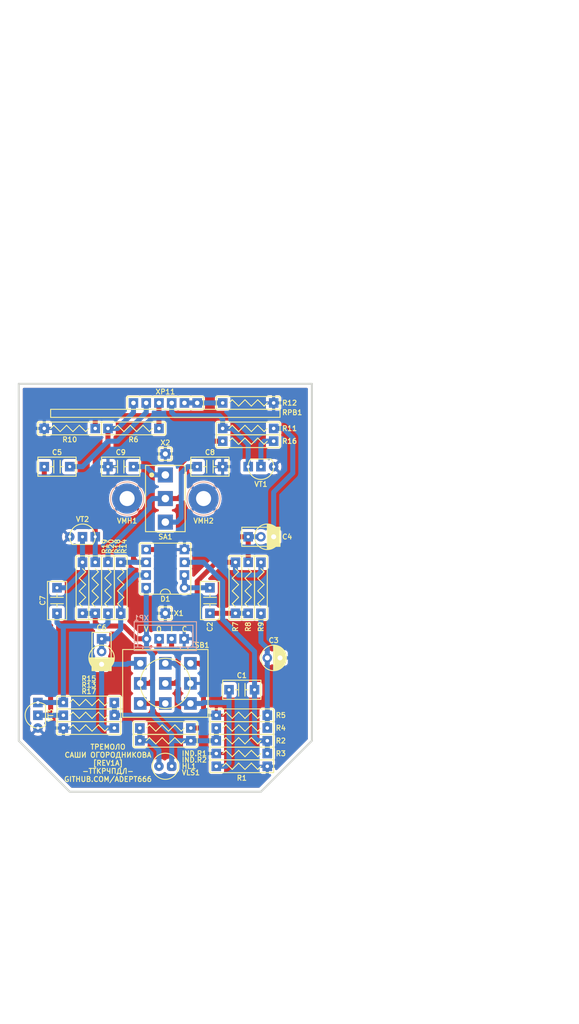
<source format=kicad_pcb>
(kicad_pcb (version 20171130) (host pcbnew 5.1.6-c6e7f7d~87~ubuntu19.10.1)
  (title_block (title "Тремоло Саши Огородникова") (date 2022-02-20) (rev 1A) (company "Igor Ivanov") (comment 1 https://github.com/Adept666) (comment 2 "This project is licensed under GNU General Public License v3.0 or later"))
  (layers (0 F.Cu jumper) (31 B.Cu signal) (36 B.SilkS user) (37 F.SilkS user) (38 B.Mask user) (39 F.Mask user) (44 Edge.Cuts user))
  (net 0 "")
  (net 1 COM)
  (net 2 "Net-(HL1-PadC)")
  (net 3 /LED)
  (net 4 V)
  (net 5 /IN-CIR)
  (net 6 /IN-CON)
  (net 7 "Net-(SB1-PadNC1)")
  (net 8 /OUT-CIR)
  (net 9 /OUT-CON)
  (net 10 "Net-(C8-Pad1)")
  (net 11 "Net-(C9-Pad1)")
  (net 12 "Net-(C1-Pad2)")
  (net 13 "Net-(D1-Pad5)")
  (net 14 "Net-(C3-Pad+)")
  (net 15 "Net-(C4-Pad+)")
  (net 16 "Net-(C7-Pad1)")
  (net 17 "Net-(R12-Pad2)")
  (net 18 "Net-(C2-Pad1)")
  (net 19 "Net-(C2-Pad2)")
  (net 20 "Net-(C4-Pad-)")
  (net 21 "Net-(C5-Pad1)")
  (net 22 "Net-(C5-Pad2)")
  (net 23 "Net-(C6-Pad+)")
  (net 24 "Net-(C7-Pad2)")
  (net 25 "Net-(R10-Pad2)")
  (net 26 "Net-(R20-Pad1)")
  (net 27 "Net-(R11-Pad1)")
  (net 28 "Net-(R16-Pad1)")
  (net 29 "Net-(R16-Pad2)")
  (module KCL-TH-ML:SW-PBS-24-302SP-2.5-PNL-13.0 (layer F.Cu) (at 105.41 184.15)
    (fp_text reference SB1 (at 8.89 -7.62) (layer F.SilkS) (effects (font (thickness 0.2)) (justify right)))
    (fp_text value PBS-24-302SP)
    (pad COM3 thru_hole rect (at 5 0) (size 2.5 2.5) (drill 1.3) (layers *.Cu *.Mask) (net 1 COM))
    (pad NC3 thru_hole rect (at 5 4) (size 2.5 2.5) (drill 1.3) (layers *.Cu *.Mask) (net 5 /IN-CIR))
    (pad NO3 thru_hole rect (at 5 -4) (size 2.5 2.5) (drill 1.3) (layers *.Cu *.Mask) (net 3 /LED))
    (pad COM2 thru_hole rect (at 0 0) (size 2.5 2.5) (drill 1.3) (layers *.Cu *.Mask) (net 6 /IN-CON))
    (pad NC2 thru_hole rect (at 0 4) (size 2.5 2.5) (drill 1.3) (layers *.Cu *.Mask) (net 7 "Net-(SB1-PadNC1)"))
    (pad NO2 thru_hole rect (at 0 -4) (size 2.5 2.5) (drill 1.3) (layers *.Cu *.Mask) (net 5 /IN-CIR))
    (pad NO1 thru_hole rect (at -5 -4) (size 2.5 2.5) (drill 1.3) (layers *.Cu *.Mask) (net 8 /OUT-CIR))
    (pad COM1 thru_hole rect (at -5 0) (size 2.5 2.5) (drill 1.3) (layers *.Cu *.Mask) (net 9 /OUT-CON))
    (pad NC1 thru_hole rect (at -5 4) (size 2.5 2.5) (drill 1.3) (layers *.Cu *.Mask) (net 7 "Net-(SB1-PadNC1)"))
  )
  (module KCL:VMH-STA-DA5-PNL-3.0 (layer F.Cu) (at 97.79 147.32)
    (fp_text reference VMH1 (at 0 4.445) (layer F.SilkS) (effects (font (thickness 0.2))))
    (fp_text value DI5M3x18)
    (pad 0 thru_hole circle (at 0 0) (size 6 6) (drill 3) (layers *.Cu *.Mask) (net 1 COM))
  )
  (module KCL:VMH-STA-DA5-PNL-3.0 (layer F.Cu) (at 113.03 147.32)
    (fp_text reference VMH2 (at 0 4.445) (layer F.SilkS) (effects (font (thickness 0.2))))
    (fp_text value DI5M3x18)
    (pad 0 thru_hole circle (at 0 0) (size 6 6) (drill 3) (layers *.Cu *.Mask) (net 1 COM))
  )
  (module KCL-TH-ML:R-MFR-25 (layer F.Cu) (at 121.92 133.35)
    (fp_text reference R11 (at 6.6675 0) (layer F.SilkS) (effects (font (thickness 0.2)) (justify left)))
    (fp_text value 103)
    (pad 2 thru_hole rect (at 5.08 0) (size 1.9 1.9) (drill 0.7) (layers *.Cu *.Mask) (net 20 "Net-(C4-Pad-)"))
    (pad 1 thru_hole rect (at -5.08 0) (size 1.9 1.9) (drill 0.7) (layers *.Cu *.Mask) (net 27 "Net-(R11-Pad1)"))
  )
  (module SBKCL-TH-ML:C-DISK-D04.2-T03.0-P05.08-d0.5-OR-CP-RADIAL-D05.0-P02.0-CLS (layer F.Cu) (at 124.46 154.94)
    (fp_text reference C4 (at 4.1275 0) (layer F.SilkS) (effects (font (thickness 0.2)) (justify left)))
    (fp_text value 475)
    (pad - thru_hole rect (at 2.54 0) (size 1.9 1.9) (drill 1) (layers *.Cu *.Mask) (net 20 "Net-(C4-Pad-)"))
    (pad + thru_hole circle (at 0 0) (size 1.9 1.9) (drill 1) (layers *.Cu *.Mask) (net 15 "Net-(C4-Pad+)"))
    (pad + thru_hole rect (at -2.54 0) (size 1.9 1.9) (drill 0.6) (layers *.Cu *.Mask) (net 15 "Net-(C4-Pad+)"))
  )
  (module KCL-TH-ML:R-MFR-25 (layer F.Cu) (at 120.65 200.66 180)
    (fp_text reference R1 (at 0 -2.3495) (layer F.SilkS) (effects (font (thickness 0.2))))
    (fp_text value 225)
    (pad 1 thru_hole rect (at -5.08 0 180) (size 1.9 1.9) (drill 0.7) (layers *.Cu *.Mask) (net 1 COM))
    (pad 2 thru_hole rect (at 5.08 0 180) (size 1.9 1.9) (drill 0.7) (layers *.Cu *.Mask) (net 5 /IN-CIR))
  )
  (module SBKCL-VIRTUAL:XB-1590N1 (layer F.Cu) (at 105.41 90.17)
    (fp_text reference XB1 hide)
    (fp_text value "1590N1 Connector Board" hide)
  )
  (module KCL-TH-ML:CON-XH-B4B-A (layer B.Cu) (at 105.41 175.26)
    (fp_text reference XP1 (at -6.35 -4.1275) (layer B.SilkS) (effects (font (thickness 0.2)) (justify right mirror)))
    (fp_text value B4B-XH-A)
    (pad 1 thru_hole circle (at -3.75 0) (size 1.9 1.9) (drill 0.9) (layers *.Cu *.Mask) (net 4 V))
    (pad 2 thru_hole rect (at -1.25 0) (size 1.9 1.9) (drill 0.9) (layers *.Cu *.Mask) (net 9 /OUT-CON))
    (pad 3 thru_hole rect (at 1.25 0) (size 1.9 1.9) (drill 0.9) (layers *.Cu *.Mask) (net 6 /IN-CON))
    (pad 4 thru_hole rect (at 3.75 0) (size 1.9 1.9) (drill 0.9) (layers *.Cu *.Mask) (net 1 COM))
  )
  (module SBKCL-TH-ML:C-DISK-D04.2-T03.0-P05.08-d0.5-OR-CP-RADIAL-D05.0-P02.0-CLS (layer F.Cu) (at 92.71 177.8 270)
    (fp_text reference C6 (at -4.7625 0) (layer F.SilkS) (effects (font (thickness 0.2))))
    (fp_text value 105)
    (pad + thru_hole rect (at -2.54 0 270) (size 1.9 1.9) (drill 0.6) (layers *.Cu *.Mask) (net 23 "Net-(C6-Pad+)"))
    (pad + thru_hole circle (at 0 0 270) (size 1.9 1.9) (drill 1) (layers *.Cu *.Mask) (net 23 "Net-(C6-Pad+)"))
    (pad - thru_hole rect (at 2.54 0 270) (size 1.9 1.9) (drill 1) (layers *.Cu *.Mask) (net 8 /OUT-CIR))
  )
  (module SBKCL-TH-ML:RPB-1590N1-18-2x17-1.6-PNL-7.4-2.8 (layer F.Cu) (at 105.41 117.04)
    (fp_text reference RPB1 (at 23.1775 13.135) (layer F.SilkS) (effects (font (thickness 0.2)) (justify left)))
    (fp_text value A100K-A100K)
    (fp_text user XP11 (at 0 9.0075) (layer F.SilkS) (effects (font (thickness 0.2))))
    (pad 23 thru_hole rect (at 1.27 11.23) (size 1.9 1.9) (drill 0.9) (layers *.Cu *.Mask) (net 27 "Net-(R11-Pad1)"))
    (pad 13 thru_hole rect (at -6.35 11.23) (size 1.9 1.9) (drill 0.9) (layers *.Cu *.Mask) (net 26 "Net-(R20-Pad1)"))
    (pad 11 thru_hole rect (at -1.27 11.23) (size 1.9 1.9) (drill 0.9) (layers *.Cu *.Mask) (net 25 "Net-(R10-Pad2)"))
    (pad 12 thru_hole rect (at -3.81 11.23) (size 1.9 1.9) (drill 0.9) (layers *.Cu *.Mask) (net 21 "Net-(C5-Pad1)"))
    (pad 22 thru_hole rect (at 3.81 11.23) (size 1.9 1.9) (drill 0.9) (layers *.Cu *.Mask) (net 17 "Net-(R12-Pad2)"))
    (pad 21 thru_hole rect (at 6.35 11.23) (size 1.9 1.9) (drill 0.9) (layers *.Cu *.Mask) (net 17 "Net-(R12-Pad2)"))
  )
  (module KCL-TH-ML:P-TO-92-E-B-C (layer F.Cu) (at 80.01 190.5 90)
    (fp_text reference VT3 (at 0 2.54 90) (layer F.SilkS) (effects (font (thickness 0.2))))
    (fp_text value 5088)
    (pad E thru_hole circle (at -2.54 0 90) (size 1.9 1.9) (drill 0.6) (layers *.Cu *.Mask) (net 1 COM))
    (pad B thru_hole rect (at 0 0 90) (size 1.9 1.9) (drill 0.6) (layers *.Cu *.Mask) (net 22 "Net-(C5-Pad2)"))
    (pad C thru_hole rect (at 2.54 0 90) (size 1.9 1.9) (drill 0.6) (layers *.Cu *.Mask) (net 16 "Net-(C7-Pad1)"))
  )
  (module KCL-TH-ML:P-TO-92-E-B-C (layer F.Cu) (at 88.9 154.94)
    (fp_text reference VT2 (at 0 -3.4925) (layer F.SilkS) (effects (font (thickness 0.2))))
    (fp_text value 5088)
    (pad E thru_hole circle (at -2.54 0) (size 1.9 1.9) (drill 0.6) (layers *.Cu *.Mask) (net 1 COM))
    (pad B thru_hole rect (at 0 0) (size 1.9 1.9) (drill 0.6) (layers *.Cu *.Mask) (net 24 "Net-(C7-Pad2)"))
    (pad C thru_hole rect (at 2.54 0) (size 1.9 1.9) (drill 0.6) (layers *.Cu *.Mask) (net 26 "Net-(R20-Pad1)"))
  )
  (module KCL-TH-ML:P-TO-92-E-B-C (layer F.Cu) (at 124.46 140.97 180)
    (fp_text reference VT1 (at 0 -3.4925) (layer F.SilkS) (effects (font (thickness 0.2))))
    (fp_text value 5088)
    (pad E thru_hole circle (at -2.54 0 180) (size 1.9 1.9) (drill 0.6) (layers *.Cu *.Mask) (net 1 COM))
    (pad B thru_hole rect (at 0 0 180) (size 1.9 1.9) (drill 0.6) (layers *.Cu *.Mask) (net 28 "Net-(R16-Pad1)"))
    (pad C thru_hole rect (at 2.54 0 180) (size 1.9 1.9) (drill 0.6) (layers *.Cu *.Mask) (net 27 "Net-(R11-Pad1)"))
  )
  (module KCL-TH-ML:CON-PAD-S-1.0-1.9 (layer F.Cu) (at 105.41 138.43)
    (fp_text reference X2 (at 0 -2.2225) (layer F.SilkS) (effects (font (thickness 0.2))))
    (fp_text value COM)
    (pad 1 thru_hole rect (at 0 0) (size 1.9 1.9) (drill 1) (layers *.Cu *.Mask) (net 1 COM))
  )
  (module KCL-TH-ML:SW-MTS-102-A2-PNL-6.0 (layer F.Cu) (at 105.41 147.32)
    (fp_text reference SA1 (at 0 7.62) (layer F.SilkS) (effects (font (thickness 0.2))))
    (fp_text value MTS-102-A2)
    (pad NO thru_hole rect (at 0 4.7) (size 3 3) (drill 1.5) (layers *.Cu *.Mask) (net 10 "Net-(C8-Pad1)"))
    (pad COM thru_hole rect (at 0 0) (size 3 3) (drill 1.5) (layers *.Cu *.Mask) (net 29 "Net-(R16-Pad2)"))
    (pad NC thru_hole rect (at 0 -4.7) (size 3 3) (drill 1.5) (layers *.Cu *.Mask) (net 11 "Net-(C9-Pad1)"))
  )
  (module KCL-TH-ML:R-MFR-25 (layer F.Cu) (at 119.38 165.1 90)
    (fp_text reference R7 (at -6.6675 0 90) (layer F.SilkS) (effects (font (thickness 0.2)) (justify right)))
    (fp_text value 473)
    (pad 2 thru_hole rect (at 5.08 0 90) (size 1.9 1.9) (drill 0.7) (layers *.Cu *.Mask) (net 13 "Net-(D1-Pad5)"))
    (pad 1 thru_hole rect (at -5.08 0 90) (size 1.9 1.9) (drill 0.7) (layers *.Cu *.Mask) (net 19 "Net-(C2-Pad2)"))
  )
  (module KCL-TH-ML:R-MFR-25 (layer F.Cu) (at 90.17 193.04)
    (fp_text reference R17 (at 0 -7.3025) (layer F.SilkS) (effects (font (thickness 0.2))))
    (fp_text value 473)
    (pad 1 thru_hole rect (at -5.08 0) (size 1.9 1.9) (drill 0.7) (layers *.Cu *.Mask) (net 1 COM))
    (pad 2 thru_hole rect (at 5.08 0) (size 1.9 1.9) (drill 0.7) (layers *.Cu *.Mask) (net 8 /OUT-CIR))
  )
  (module KCL-TH-ML:R-MFR-25 (layer F.Cu) (at 120.65 190.5)
    (fp_text reference R5 (at 6.6675 0) (layer F.SilkS) (effects (font (thickness 0.2)) (justify left)))
    (fp_text value 303)
    (pad 1 thru_hole rect (at -5.08 0) (size 1.9 1.9) (drill 0.7) (layers *.Cu *.Mask) (net 1 COM))
    (pad 2 thru_hole rect (at 5.08 0) (size 1.9 1.9) (drill 0.7) (layers *.Cu *.Mask) (net 14 "Net-(C3-Pad+)"))
  )
  (module KCL-TH-ML:R-MFR-25 (layer F.Cu) (at 120.65 193.04 180)
    (fp_text reference R4 (at -6.6675 0) (layer F.SilkS) (effects (font (thickness 0.2)) (justify left)))
    (fp_text value 273)
    (pad 1 thru_hole rect (at -5.08 0 180) (size 1.9 1.9) (drill 0.7) (layers *.Cu *.Mask) (net 14 "Net-(C3-Pad+)"))
    (pad 2 thru_hole rect (at 5.08 0 180) (size 1.9 1.9) (drill 0.7) (layers *.Cu *.Mask) (net 4 V))
  )
  (module KCL-TH-ML:R-MFR-25 (layer F.Cu) (at 124.46 165.1 90)
    (fp_text reference R9 (at -6.6675 0 90) (layer F.SilkS) (effects (font (thickness 0.2)) (justify right)))
    (fp_text value 393)
    (pad 1 thru_hole rect (at -5.08 0 90) (size 1.9 1.9) (drill 0.7) (layers *.Cu *.Mask) (net 14 "Net-(C3-Pad+)"))
    (pad 2 thru_hole rect (at 5.08 0 90) (size 1.9 1.9) (drill 0.7) (layers *.Cu *.Mask) (net 13 "Net-(D1-Pad5)"))
  )
  (module KCL-TH-ML:R-MFR-25 (layer F.Cu) (at 121.92 165.1 90)
    (fp_text reference R8 (at -6.6675 0 90) (layer F.SilkS) (effects (font (thickness 0.2)) (justify right)))
    (fp_text value 303)
    (pad 2 thru_hole rect (at 5.08 0 90) (size 1.9 1.9) (drill 0.7) (layers *.Cu *.Mask) (net 15 "Net-(C4-Pad+)"))
    (pad 1 thru_hole rect (at -5.08 0 90) (size 1.9 1.9) (drill 0.7) (layers *.Cu *.Mask) (net 19 "Net-(C2-Pad2)"))
  )
  (module KCL-TH-ML:CP-RADIAL-D05.0-P02.0-CLS (layer F.Cu) (at 127 179.07)
    (fp_text reference C3 (at 0 -3.4925) (layer F.SilkS) (effects (font (thickness 0.2))))
    (fp_text value 226)
    (pad + thru_hole circle (at -1.27 0) (size 1.9 1.9) (drill 1) (layers *.Cu *.Mask) (net 14 "Net-(C3-Pad+)"))
    (pad - thru_hole roundrect (at 1.27 0) (size 1.9 1.9) (drill 1) (layers *.Cu *.Mask) (roundrect_rratio 0.3) (net 1 COM))
  )
  (module KCL-TH-ML:LED-ROUND-05.0-UNI-SH-SPACER-PNL-5.3 (layer F.Cu) (at 105.41 200.66)
    (fp_text reference HL1 (at 3.175 0) (layer F.SilkS) (effects (font (thickness 0.2)) (justify left)))
    (fp_text value FYL-5013URC)
    (pad C thru_hole circle (at -1.27 0) (size 1.9 1.9) (drill 0.7) (layers *.Cu *.Mask) (net 2 "Net-(HL1-PadC)"))
    (pad A thru_hole roundrect (at 1.27 0) (size 1.9 1.9) (drill 0.7) (layers *.Cu *.Mask) (roundrect_rratio 0.3) (net 4 V))
  )
  (module KCL:VLS-BR (layer F.Cu) (at 105.41 200.66)
    (fp_text reference VLS1 (at 3.175 1.27) (layer F.SilkS) (effects (font (thickness 0.2)) (justify left)))
    (fp_text value BR-12.7)
  )
  (module KCL-TH-ML:R-MFR-25 (layer F.Cu) (at 99.06 133.35 180)
    (fp_text reference R6 (at 0 -2.2225) (layer F.SilkS) (effects (font (thickness 0.2))))
    (fp_text value 683)
    (pad 1 thru_hole rect (at -5.08 0 180) (size 1.9 1.9) (drill 0.7) (layers *.Cu *.Mask) (net 25 "Net-(R10-Pad2)"))
    (pad 2 thru_hole rect (at 5.08 0 180) (size 1.9 1.9) (drill 0.7) (layers *.Cu *.Mask) (net 26 "Net-(R20-Pad1)"))
  )
  (module KCL-TH-ML:R-MFR-25 (layer F.Cu) (at 86.36 133.35)
    (fp_text reference R10 (at 0 2.2225) (layer F.SilkS) (effects (font (thickness 0.2))))
    (fp_text value 112)
    (pad 1 thru_hole rect (at -5.08 0) (size 1.9 1.9) (drill 0.7) (layers *.Cu *.Mask) (net 1 COM))
    (pad 2 thru_hole rect (at 5.08 0) (size 1.9 1.9) (drill 0.7) (layers *.Cu *.Mask) (net 25 "Net-(R10-Pad2)"))
  )
  (module KCL-TH-ML:R-MFR-25 (layer F.Cu) (at 121.92 128.27 180)
    (fp_text reference R12 (at -6.6675 0) (layer F.SilkS) (effects (font (thickness 0.2)) (justify left)))
    (fp_text value 103)
    (pad 1 thru_hole rect (at -5.08 0 180) (size 1.9 1.9) (drill 0.7) (layers *.Cu *.Mask) (net 1 COM))
    (pad 2 thru_hole rect (at 5.08 0 180) (size 1.9 1.9) (drill 0.7) (layers *.Cu *.Mask) (net 17 "Net-(R12-Pad2)"))
  )
  (module KCL-TH-ML:R-MFR-25 (layer F.Cu) (at 120.65 195.58 180)
    (fp_text reference R2 (at -6.6675 0) (layer F.SilkS) (effects (font (thickness 0.2)) (justify left)))
    (fp_text value 105)
    (pad 1 thru_hole rect (at -5.08 0 180) (size 1.9 1.9) (drill 0.7) (layers *.Cu *.Mask) (net 12 "Net-(C1-Pad2)"))
    (pad 2 thru_hole rect (at 5.08 0 180) (size 1.9 1.9) (drill 0.7) (layers *.Cu *.Mask) (net 4 V))
  )
  (module KCL-TH-ML:R-MFR-25 (layer F.Cu) (at 120.65 198.12)
    (fp_text reference R3 (at 6.6675 0) (layer F.SilkS) (effects (font (thickness 0.2)) (justify left)))
    (fp_text value 105)
    (pad 1 thru_hole rect (at -5.08 0) (size 1.9 1.9) (drill 0.7) (layers *.Cu *.Mask) (net 1 COM))
    (pad 2 thru_hole rect (at 5.08 0) (size 1.9 1.9) (drill 0.7) (layers *.Cu *.Mask) (net 12 "Net-(C1-Pad2)"))
  )
  (module KCL-TH-ML:P-DIP-08 (layer F.Cu) (at 105.41 161.29 180)
    (fp_text reference D1 (at 0 -6.0325) (layer F.SilkS) (effects (font (thickness 0.2))))
    (fp_text value 4558)
    (pad 8 thru_hole rect (at 3.81 -3.81 180) (size 1.9 1.9) (drill 1) (layers *.Cu *.Mask) (net 4 V))
    (pad 7 thru_hole rect (at 3.81 -1.27 180) (size 1.9 1.9) (drill 1) (layers *.Cu *.Mask) (net 23 "Net-(C6-Pad+)"))
    (pad 6 thru_hole rect (at 3.81 1.27 180) (size 1.9 1.9) (drill 1) (layers *.Cu *.Mask) (net 15 "Net-(C4-Pad+)"))
    (pad 5 thru_hole rect (at 3.81 3.81 180) (size 1.9 1.9) (drill 1) (layers *.Cu *.Mask) (net 13 "Net-(D1-Pad5)"))
    (pad 4 thru_hole rect (at -3.81 3.81 180) (size 1.9 1.9) (drill 1) (layers *.Cu *.Mask) (net 1 COM))
    (pad 3 thru_hole rect (at -3.81 1.27 180) (size 1.9 1.9) (drill 1) (layers *.Cu *.Mask) (net 12 "Net-(C1-Pad2)"))
    (pad 2 thru_hole rect (at -3.81 -1.27 180) (size 1.9 1.9) (drill 1) (layers *.Cu *.Mask) (net 18 "Net-(C2-Pad1)"))
    (pad 1 thru_hole circle (at -3.81 -3.81 180) (size 1.9 1.9) (drill 1) (layers *.Cu *.Mask) (net 18 "Net-(C2-Pad1)"))
  )
  (module KCL-TH-ML:C-DISK-D04.2-T03.0-P05.08-d0.5 (layer F.Cu) (at 114.3 167.64 270)
    (fp_text reference C2 (at 4.1275 0 90) (layer F.SilkS) (effects (font (thickness 0.2)) (justify right)))
    (fp_text value 104)
    (pad 2 thru_hole rect (at 2.54 0 270) (size 1.9 1.9) (drill 0.6) (layers *.Cu *.Mask) (net 19 "Net-(C2-Pad2)"))
    (pad 1 thru_hole rect (at -2.54 0 270) (size 1.9 1.9) (drill 0.6) (layers *.Cu *.Mask) (net 18 "Net-(C2-Pad1)"))
  )
  (module KCL-TH-ML:C-DISK-D04.2-T03.0-P05.08-d0.5 (layer F.Cu) (at 120.65 185.42)
    (fp_text reference C1 (at 0 -2.8575) (layer F.SilkS) (effects (font (thickness 0.2))))
    (fp_text value 104)
    (pad 1 thru_hole rect (at -2.54 0) (size 1.9 1.9) (drill 0.6) (layers *.Cu *.Mask) (net 5 /IN-CIR))
    (pad 2 thru_hole rect (at 2.54 0) (size 1.9 1.9) (drill 0.6) (layers *.Cu *.Mask) (net 12 "Net-(C1-Pad2)"))
  )
  (module KCL-TH-ML:R-MFR-25 (layer F.Cu) (at 121.92 135.89 180)
    (fp_text reference R16 (at -6.6675 0) (layer F.SilkS) (effects (font (thickness 0.2)) (justify left)))
    (fp_text value 204)
    (pad 1 thru_hole rect (at -5.08 0 180) (size 1.9 1.9) (drill 0.7) (layers *.Cu *.Mask) (net 28 "Net-(R16-Pad1)"))
    (pad 2 thru_hole rect (at 5.08 0 180) (size 1.9 1.9) (drill 0.7) (layers *.Cu *.Mask) (net 29 "Net-(R16-Pad2)"))
  )
  (module KCL-TH-ML:C-DISK-D04.2-T03.0-P05.08-d0.5 (layer F.Cu) (at 114.3 140.97)
    (fp_text reference C8 (at 0 -2.8575) (layer F.SilkS) (effects (font (thickness 0.2))))
    (fp_text value 224)
    (pad 2 thru_hole rect (at 2.54 0) (size 1.9 1.9) (drill 0.6) (layers *.Cu *.Mask) (net 1 COM))
    (pad 1 thru_hole rect (at -2.54 0) (size 1.9 1.9) (drill 0.6) (layers *.Cu *.Mask) (net 10 "Net-(C8-Pad1)"))
  )
  (module KCL-TH-ML:C-DISK-D04.2-T03.0-P05.08-d0.5 (layer F.Cu) (at 96.52 140.97 180)
    (fp_text reference C9 (at 0 2.8575) (layer F.SilkS) (effects (font (thickness 0.2))))
    (fp_text value 223)
    (pad 2 thru_hole rect (at 2.54 0 180) (size 1.9 1.9) (drill 0.6) (layers *.Cu *.Mask) (net 1 COM))
    (pad 1 thru_hole rect (at -2.54 0 180) (size 1.9 1.9) (drill 0.6) (layers *.Cu *.Mask) (net 11 "Net-(C9-Pad1)"))
  )
  (module KCL-TH-ML:R-MFR-25 (layer F.Cu) (at 90.17 190.5)
    (fp_text reference R13 (at 0 -6.0325) (layer F.SilkS) (effects (font (thickness 0.2))))
    (fp_text value 225)
    (pad 2 thru_hole rect (at 5.08 0) (size 1.9 1.9) (drill 0.7) (layers *.Cu *.Mask) (net 4 V))
    (pad 1 thru_hole rect (at -5.08 0) (size 1.9 1.9) (drill 0.7) (layers *.Cu *.Mask) (net 22 "Net-(C5-Pad2)"))
  )
  (module KCL-TH-ML:R-MFR-25 (layer F.Cu) (at 90.17 187.96)
    (fp_text reference R15 (at 0 -4.7625) (layer F.SilkS) (effects (font (thickness 0.2))))
    (fp_text value 473)
    (pad 2 thru_hole rect (at 5.08 0) (size 1.9 1.9) (drill 0.7) (layers *.Cu *.Mask) (net 4 V))
    (pad 1 thru_hole rect (at -5.08 0) (size 1.9 1.9) (drill 0.7) (layers *.Cu *.Mask) (net 16 "Net-(C7-Pad1)"))
  )
  (module KCL-TH-ML:R-MFR-25 (layer F.Cu) (at 91.44 165.1 270)
    (fp_text reference R20 (at -6.6675 -3.175 90) (layer F.SilkS) (effects (font (thickness 0.2)) (justify left)))
    (fp_text value 473)
    (pad 1 thru_hole rect (at -5.08 0 270) (size 1.9 1.9) (drill 0.7) (layers *.Cu *.Mask) (net 26 "Net-(R20-Pad1)"))
    (pad 2 thru_hole rect (at 5.08 0 270) (size 1.9 1.9) (drill 0.7) (layers *.Cu *.Mask) (net 4 V))
  )
  (module KCL-TH-ML:R-MFR-25 (layer F.Cu) (at 88.9 165.1 270)
    (fp_text reference R19 (at -6.6675 -4.445 90) (layer F.SilkS) (effects (font (thickness 0.2)) (justify left)))
    (fp_text value 334)
    (pad 1 thru_hole rect (at -5.08 0 270) (size 1.9 1.9) (drill 0.7) (layers *.Cu *.Mask) (net 24 "Net-(C7-Pad2)"))
    (pad 2 thru_hole rect (at 5.08 0 270) (size 1.9 1.9) (drill 0.7) (layers *.Cu *.Mask) (net 4 V))
  )
  (module KCL-TH-ML:R-MFR-25 (layer F.Cu) (at 93.98 165.1 90)
    (fp_text reference R18 (at 6.6675 1.905 90) (layer F.SilkS) (effects (font (thickness 0.2)) (justify left)))
    (fp_text value 204)
    (pad 2 thru_hole rect (at 5.08 0 90) (size 1.9 1.9) (drill 0.7) (layers *.Cu *.Mask) (net 29 "Net-(R16-Pad2)"))
    (pad 1 thru_hole rect (at -5.08 0 90) (size 1.9 1.9) (drill 0.7) (layers *.Cu *.Mask) (net 16 "Net-(C7-Pad1)"))
  )
  (module KCL-TH-ML:C-DISK-D04.2-T03.0-P05.08-d0.5 (layer F.Cu) (at 83.82 140.97 180)
    (fp_text reference C5 (at 0 2.8575) (layer F.SilkS) (effects (font (thickness 0.2))))
    (fp_text value 474)
    (pad 2 thru_hole rect (at 2.54 0 180) (size 1.9 1.9) (drill 0.6) (layers *.Cu *.Mask) (net 22 "Net-(C5-Pad2)"))
    (pad 1 thru_hole rect (at -2.54 0 180) (size 1.9 1.9) (drill 0.6) (layers *.Cu *.Mask) (net 21 "Net-(C5-Pad1)"))
  )
  (module KCL-TH-ML:C-DISK-D04.2-T03.0-P05.08-d0.5 (layer F.Cu) (at 83.82 167.64 90)
    (fp_text reference C7 (at 0 -2.8575 90) (layer F.SilkS) (effects (font (thickness 0.2))))
    (fp_text value 474)
    (pad 1 thru_hole rect (at -2.54 0 90) (size 1.9 1.9) (drill 0.6) (layers *.Cu *.Mask) (net 16 "Net-(C7-Pad1)"))
    (pad 2 thru_hole rect (at 2.54 0 90) (size 1.9 1.9) (drill 0.6) (layers *.Cu *.Mask) (net 24 "Net-(C7-Pad2)"))
  )
  (module SBEL:1590N1_A1 (layer F.Cu) (at 105.41 148.59)
    (fp_text reference VE1 hide)
    (fp_text value 1590N1 hide)
  )
  (module KCL-TH-ML:R-MFR-25 (layer F.Cu) (at 105.41 195.58)
    (fp_text reference IND.R2 (at 3.175 3.81) (layer F.SilkS) (effects (font (thickness 0.2)) (justify left)))
    (fp_text value X)
    (pad 1 thru_hole rect (at -5.08 0) (size 1.9 1.9) (drill 0.7) (layers *.Cu *.Mask) (net 2 "Net-(HL1-PadC)"))
    (pad 2 thru_hole rect (at 5.08 0) (size 1.9 1.9) (drill 0.7) (layers *.Cu *.Mask) (net 4 V))
  )
  (module KCL-TH-ML:R-MFR-25 (layer F.Cu) (at 105.41 193.04 180)
    (fp_text reference IND.R1 (at -3.175 -5.08) (layer F.SilkS) (effects (font (thickness 0.2)) (justify left)))
    (fp_text value 472)
    (pad 1 thru_hole rect (at -5.08 0 180) (size 1.9 1.9) (drill 0.7) (layers *.Cu *.Mask) (net 3 /LED))
    (pad 2 thru_hole rect (at 5.08 0 180) (size 1.9 1.9) (drill 0.7) (layers *.Cu *.Mask) (net 2 "Net-(HL1-PadC)"))
  )
  (module KCL-TH-ML:R-MFR-25 (layer F.Cu) (at 96.52 165.1 270)
    (fp_text reference R14 (at -6.6675 -0.635 90) (layer F.SilkS) (effects (font (thickness 0.2)) (justify left)))
    (fp_text value 333)
    (pad 2 thru_hole rect (at 5.08 0 270) (size 1.9 1.9) (drill 0.7) (layers *.Cu *.Mask) (net 23 "Net-(C6-Pad+)"))
    (pad 1 thru_hole rect (at -5.08 0 270) (size 1.9 1.9) (drill 0.7) (layers *.Cu *.Mask) (net 15 "Net-(C4-Pad+)"))
  )
  (module KCL-TH-ML:CON-PAD-S-1.0-1.9 (layer F.Cu) (at 105.41 170.18)
    (fp_text reference X1 (at 1.5875 0) (layer F.SilkS) (effects (font (thickness 0.2)) (justify left)))
    (fp_text value COM)
    (pad 1 thru_hole rect (at 0 0) (size 1.9 1.9) (drill 1) (layers *.Cu *.Mask) (net 1 COM))
  )
  (gr_text C (at 109.22 173.355) (layer F.SilkS) (effects (font (size 1 1) (thickness 0.2))))
  (gr_text I (at 106.68 173.355) (layer F.SilkS) (effects (font (size 1 1) (thickness 0.2))))
  (gr_text O (at 104.14 173.355) (layer F.SilkS) (effects (font (size 1 1) (thickness 0.2))))
  (gr_text V (at 101.6 173.355) (layer F.SilkS) (effects (font (size 1 1) (thickness 0.2))))
  (gr_text "ТРЕМОЛО\nСАШИ ОГОРОДНИКОВА\n[REV1A]\n-ТТКРЧПДЛ-\nGITHUB.COM/ADEPT666" (at 93.98 200.025) (layer F.SilkS) (effects (font (size 1 1) (thickness 0.2))))
  (gr_line (start 124.46 205.74) (end 134.62 195.58) (layer Edge.Cuts) (width 0.4))
  (gr_line (start 76.2 195.58) (end 86.36 205.74) (layer Edge.Cuts) (width 0.4))
  (gr_line (start 76.2 124.46) (end 134.62 124.46) (layer Edge.Cuts) (width 0.4))
  (gr_line (start 134.62 124.46) (end 134.62 195.58) (layer Edge.Cuts) (width 0.4))
  (gr_line (start 76.2 124.46) (end 76.2 195.58) (layer Edge.Cuts) (width 0.4))
  (gr_line (start 86.36 205.74) (end 124.46 205.74) (layer Edge.Cuts) (width 0.4))
  (segment (start 100.33 195.58) (end 102.235 195.58) (width 1) (layer B.Cu) (net 2))
  (segment (start 102.235 195.58) (end 104.14 197.485) (width 1) (layer B.Cu) (net 2))
  (segment (start 104.14 197.485) (end 104.14 200.66) (width 1) (layer B.Cu) (net 2))
  (segment (start 100.33 193.04) (end 100.33 195.58) (width 1) (layer B.Cu) (net 2))
  (segment (start 110.41 180.15) (end 112.205 180.15) (width 1) (layer F.Cu) (net 3))
  (segment (start 112.205 180.15) (end 113.03 180.975) (width 1) (layer F.Cu) (net 3))
  (segment (start 113.03 180.975) (end 113.03 192.405) (width 1) (layer F.Cu) (net 3))
  (segment (start 112.395 193.04) (end 113.03 192.405) (width 1) (layer F.Cu) (net 3))
  (segment (start 110.49 193.04) (end 112.395 193.04) (width 1) (layer F.Cu) (net 3))
  (segment (start 88.9 170.18) (end 91.44 170.18) (width 1) (layer B.Cu) (net 4))
  (segment (start 101.6 173.355) (end 101.6 165.1) (width 1) (layer B.Cu) (net 4))
  (segment (start 101.66 173.415) (end 101.6 173.355) (width 1) (layer B.Cu) (net 4))
  (segment (start 101.66 175.26) (end 101.66 173.415) (width 1) (layer B.Cu) (net 4))
  (segment (start 91.44 172.085) (end 91.44 170.18) (width 1) (layer F.Cu) (net 4))
  (segment (start 92.075 172.72) (end 91.44 172.085) (width 1) (layer F.Cu) (net 4))
  (segment (start 97.155 172.72) (end 92.075 172.72) (width 1) (layer F.Cu) (net 4))
  (segment (start 99.695 175.26) (end 97.155 172.72) (width 1) (layer F.Cu) (net 4))
  (segment (start 101.66 175.26) (end 99.695 175.26) (width 1) (layer F.Cu) (net 4))
  (segment (start 95.25 187.96) (end 95.25 190.5) (width 1) (layer B.Cu) (net 4))
  (segment (start 95.25 190.5) (end 102.87 190.5) (width 1) (layer B.Cu) (net 4))
  (segment (start 101.66 175.26) (end 101.66 177.225) (width 1) (layer B.Cu) (net 4))
  (segment (start 101.66 177.225) (end 102.87 178.435) (width 1) (layer B.Cu) (net 4))
  (segment (start 102.87 178.435) (end 102.87 190.5) (width 1) (layer B.Cu) (net 4))
  (segment (start 102.87 190.5) (end 106.68 194.31) (width 1) (layer B.Cu) (net 4))
  (segment (start 106.68 195.58) (end 110.49 195.58) (width 1) (layer B.Cu) (net 4))
  (segment (start 106.68 194.31) (end 106.68 195.58) (width 1) (layer B.Cu) (net 4))
  (segment (start 106.68 195.58) (end 106.68 200.66) (width 1) (layer B.Cu) (net 4))
  (segment (start 110.49 195.58) (end 115.57 195.58) (width 1) (layer B.Cu) (net 4))
  (segment (start 115.57 193.04) (end 115.57 195.58) (width 1) (layer B.Cu) (net 4))
  (segment (start 112.84 188.15) (end 110.41 188.15) (width 1) (layer B.Cu) (net 5))
  (segment (start 118.11 187.96) (end 113.03 187.96) (width 1) (layer B.Cu) (net 5))
  (segment (start 113.03 187.96) (end 112.84 188.15) (width 1) (layer B.Cu) (net 5))
  (segment (start 118.11 185.42) (end 118.11 187.96) (width 1) (layer B.Cu) (net 5))
  (segment (start 107.125 180.15) (end 105.41 180.15) (width 1) (layer B.Cu) (net 5))
  (segment (start 107.95 180.975) (end 107.125 180.15) (width 1) (layer B.Cu) (net 5))
  (segment (start 107.95 187.6425) (end 107.95 180.975) (width 1) (layer B.Cu) (net 5))
  (segment (start 108.4575 188.15) (end 107.95 187.6425) (width 1) (layer B.Cu) (net 5))
  (segment (start 110.41 188.15) (end 108.4575 188.15) (width 1) (layer B.Cu) (net 5))
  (segment (start 117.475 200.66) (end 118.11 200.025) (width 1) (layer B.Cu) (net 5))
  (segment (start 118.11 187.96) (end 118.11 200.025) (width 1) (layer B.Cu) (net 5))
  (segment (start 117.475 200.66) (end 115.57 200.66) (width 1) (layer B.Cu) (net 5))
  (segment (start 105.41 184.15) (end 107.315 184.15) (width 1) (layer F.Cu) (net 6))
  (segment (start 107.315 184.15) (end 107.95 183.515) (width 1) (layer F.Cu) (net 6))
  (segment (start 107.95 183.515) (end 107.95 178.435) (width 1) (layer F.Cu) (net 6))
  (segment (start 106.66 177.145) (end 107.95 178.435) (width 1) (layer F.Cu) (net 6))
  (segment (start 106.66 175.26) (end 106.66 177.145) (width 1) (layer F.Cu) (net 6))
  (segment (start 100.41 188.15) (end 105.41 188.15) (width 1) (layer F.Cu) (net 7))
  (segment (start 97.98 180.15) (end 100.41 180.15) (width 1) (layer B.Cu) (net 8))
  (segment (start 97.79 180.34) (end 97.98 180.15) (width 1) (layer B.Cu) (net 8))
  (segment (start 92.71 180.34) (end 97.79 180.34) (width 1) (layer B.Cu) (net 8))
  (segment (start 92.71 192.405) (end 93.345 193.04) (width 1) (layer B.Cu) (net 8))
  (segment (start 93.345 193.04) (end 95.25 193.04) (width 1) (layer B.Cu) (net 8))
  (segment (start 92.71 180.34) (end 92.71 192.405) (width 1) (layer B.Cu) (net 8))
  (segment (start 102.235 184.15) (end 100.41 184.15) (width 1) (layer F.Cu) (net 9))
  (segment (start 102.235 184.15) (end 102.87 183.515) (width 1) (layer F.Cu) (net 9))
  (segment (start 102.87 183.515) (end 102.87 178.435) (width 1) (layer F.Cu) (net 9))
  (segment (start 104.16 177.145) (end 102.87 178.435) (width 1) (layer F.Cu) (net 9))
  (segment (start 104.16 175.26) (end 104.16 177.145) (width 1) (layer F.Cu) (net 9))
  (segment (start 105.41 152.02) (end 107.695 152.02) (width 1) (layer B.Cu) (net 10))
  (segment (start 107.695 152.02) (end 108.585 151.13) (width 1) (layer B.Cu) (net 10))
  (segment (start 109.855 140.97) (end 108.585 142.24) (width 1) (layer B.Cu) (net 10))
  (segment (start 111.76 140.97) (end 109.855 140.97) (width 1) (layer B.Cu) (net 10))
  (segment (start 108.585 142.24) (end 108.585 151.13) (width 1) (layer B.Cu) (net 10))
  (segment (start 101.6 140.97) (end 99.06 140.97) (width 1) (layer B.Cu) (net 11))
  (segment (start 103.25 142.62) (end 101.6 140.97) (width 1) (layer B.Cu) (net 11))
  (segment (start 105.41 142.62) (end 103.25 142.62) (width 1) (layer B.Cu) (net 11))
  (segment (start 123.19 177.8) (end 123.19 185.42) (width 1) (layer B.Cu) (net 12))
  (segment (start 116.84 171.45) (end 123.19 177.8) (width 1) (layer B.Cu) (net 12))
  (segment (start 116.84 163.83) (end 116.84 171.45) (width 1) (layer B.Cu) (net 12))
  (segment (start 113.03 160.02) (end 116.84 163.83) (width 1) (layer B.Cu) (net 12))
  (segment (start 109.22 160.02) (end 113.03 160.02) (width 1) (layer B.Cu) (net 12))
  (segment (start 125.73 195.58) (end 125.73 198.12) (width 1) (layer B.Cu) (net 12))
  (segment (start 123.19 185.42) (end 123.19 194.945) (width 1) (layer B.Cu) (net 12))
  (segment (start 123.19 194.945) (end 123.825 195.58) (width 1) (layer B.Cu) (net 12))
  (segment (start 123.825 195.58) (end 125.73 195.58) (width 1) (layer B.Cu) (net 12))
  (segment (start 119.38 161.925) (end 120.015 162.56) (width 1) (layer B.Cu) (net 13))
  (segment (start 119.38 160.02) (end 119.38 161.925) (width 1) (layer B.Cu) (net 13))
  (segment (start 123.825 162.56) (end 124.46 161.925) (width 1) (layer B.Cu) (net 13))
  (segment (start 120.015 162.56) (end 123.825 162.56) (width 1) (layer B.Cu) (net 13))
  (segment (start 124.46 161.925) (end 124.46 160.02) (width 1) (layer B.Cu) (net 13))
  (segment (start 115.57 160.02) (end 119.38 160.02) (width 1) (layer F.Cu) (net 13))
  (segment (start 111.76 163.83) (end 115.57 160.02) (width 1) (layer F.Cu) (net 13))
  (segment (start 111.76 166.37) (end 111.76 163.83) (width 1) (layer F.Cu) (net 13))
  (segment (start 110.49 167.64) (end 111.76 166.37) (width 1) (layer F.Cu) (net 13))
  (segment (start 107.95 167.64) (end 110.49 167.64) (width 1) (layer F.Cu) (net 13))
  (segment (start 106.68 166.37) (end 107.95 167.64) (width 1) (layer F.Cu) (net 13))
  (segment (start 106.68 160.655) (end 106.68 166.37) (width 1) (layer F.Cu) (net 13))
  (segment (start 103.505 157.48) (end 106.68 160.655) (width 1) (layer F.Cu) (net 13))
  (segment (start 101.6 157.48) (end 103.505 157.48) (width 1) (layer F.Cu) (net 13))
  (segment (start 125.73 177.165) (end 125.73 179.07) (width 1) (layer B.Cu) (net 14))
  (segment (start 124.46 175.895) (end 125.73 177.165) (width 1) (layer B.Cu) (net 14))
  (segment (start 124.46 170.18) (end 124.46 175.895) (width 1) (layer B.Cu) (net 14))
  (segment (start 125.73 179.07) (end 125.73 190.5) (width 1) (layer B.Cu) (net 14))
  (segment (start 125.73 190.5) (end 125.73 193.04) (width 1) (layer B.Cu) (net 14))
  (segment (start 121.92 154.94) (end 124.46 154.94) (width 1) (layer B.Cu) (net 15))
  (segment (start 96.52 160.02) (end 101.6 160.02) (width 1) (layer B.Cu) (net 15))
  (segment (start 99.06 156.21) (end 100.33 154.94) (width 1) (layer F.Cu) (net 15))
  (segment (start 99.06 159.385) (end 99.06 156.21) (width 1) (layer F.Cu) (net 15))
  (segment (start 99.695 160.02) (end 99.06 159.385) (width 1) (layer F.Cu) (net 15))
  (segment (start 100.33 154.94) (end 121.92 154.94) (width 1) (layer F.Cu) (net 15))
  (segment (start 101.6 160.02) (end 99.695 160.02) (width 1) (layer F.Cu) (net 15))
  (segment (start 121.92 154.94) (end 121.92 160.02) (width 1) (layer F.Cu) (net 15))
  (segment (start 93.98 172.085) (end 93.98 170.18) (width 1) (layer B.Cu) (net 16))
  (segment (start 93.345 172.72) (end 93.98 172.085) (width 1) (layer B.Cu) (net 16))
  (segment (start 85.09 172.72) (end 93.345 172.72) (width 1) (layer B.Cu) (net 16))
  (segment (start 83.82 170.18) (end 83.82 172.085) (width 1) (layer B.Cu) (net 16))
  (segment (start 83.82 172.085) (end 84.455 172.72) (width 1) (layer B.Cu) (net 16))
  (segment (start 84.455 172.72) (end 85.09 172.72) (width 1) (layer B.Cu) (net 16))
  (segment (start 80.01 187.96) (end 85.09 187.96) (width 1) (layer B.Cu) (net 16))
  (segment (start 85.09 187.96) (end 85.09 172.72) (width 1) (layer B.Cu) (net 16))
  (segment (start 109.22 128.27) (end 111.76 128.27) (width 1) (layer B.Cu) (net 17))
  (segment (start 111.76 128.27) (end 116.84 128.27) (width 1) (layer B.Cu) (net 17))
  (segment (start 109.22 162.56) (end 109.22 165.1) (width 1) (layer B.Cu) (net 18))
  (segment (start 109.22 165.1) (end 114.3 165.1) (width 1) (layer B.Cu) (net 18))
  (segment (start 114.3 170.18) (end 119.38 170.18) (width 1) (layer F.Cu) (net 19))
  (segment (start 119.38 170.18) (end 121.92 170.18) (width 1) (layer B.Cu) (net 19))
  (segment (start 127 146.05) (end 127 154.94) (width 1) (layer B.Cu) (net 20))
  (segment (start 130.81 142.24) (end 127 146.05) (width 1) (layer B.Cu) (net 20))
  (segment (start 130.81 135.255) (end 130.81 142.24) (width 1) (layer B.Cu) (net 20))
  (segment (start 128.905 133.35) (end 130.81 135.255) (width 1) (layer B.Cu) (net 20))
  (segment (start 127 133.35) (end 128.905 133.35) (width 1) (layer B.Cu) (net 20))
  (segment (start 101.6 130.175) (end 101.6 128.27) (width 1) (layer B.Cu) (net 21))
  (segment (start 95.885 135.89) (end 101.6 130.175) (width 1) (layer B.Cu) (net 21))
  (segment (start 93.98 135.89) (end 95.885 135.89) (width 1) (layer B.Cu) (net 21))
  (segment (start 88.9 140.97) (end 93.98 135.89) (width 1) (layer B.Cu) (net 21))
  (segment (start 86.36 140.97) (end 88.9 140.97) (width 1) (layer B.Cu) (net 21))
  (segment (start 80.01 190.5) (end 85.09 190.5) (width 1) (layer B.Cu) (net 22))
  (segment (start 80.01 190.5) (end 81.915 190.5) (width 1) (layer F.Cu) (net 22))
  (segment (start 81.915 190.5) (end 82.55 189.865) (width 1) (layer F.Cu) (net 22))
  (segment (start 82.55 172.72) (end 82.55 189.865) (width 1) (layer F.Cu) (net 22))
  (segment (start 81.28 171.45) (end 82.55 172.72) (width 1) (layer F.Cu) (net 22))
  (segment (start 81.28 140.97) (end 81.28 171.45) (width 1) (layer F.Cu) (net 22))
  (segment (start 92.71 175.26) (end 92.71 177.8) (width 1) (layer B.Cu) (net 23))
  (segment (start 96.52 165.735) (end 99.695 162.56) (width 1) (layer B.Cu) (net 23))
  (segment (start 99.695 162.56) (end 101.6 162.56) (width 1) (layer B.Cu) (net 23))
  (segment (start 96.52 170.18) (end 96.52 165.735) (width 1) (layer B.Cu) (net 23))
  (segment (start 96.52 173.355) (end 96.52 170.18) (width 1) (layer B.Cu) (net 23))
  (segment (start 94.615 175.26) (end 96.52 173.355) (width 1) (layer B.Cu) (net 23))
  (segment (start 92.71 175.26) (end 94.615 175.26) (width 1) (layer B.Cu) (net 23))
  (segment (start 88.9 154.94) (end 88.9 160.02) (width 1) (layer B.Cu) (net 24))
  (segment (start 88.9 161.925) (end 88.9 160.02) (width 1) (layer B.Cu) (net 24))
  (segment (start 85.725 165.1) (end 88.9 161.925) (width 1) (layer B.Cu) (net 24))
  (segment (start 83.82 165.1) (end 85.725 165.1) (width 1) (layer B.Cu) (net 24))
  (segment (start 92.075 130.81) (end 104.14 130.81) (width 1) (layer F.Cu) (net 25))
  (segment (start 91.44 131.445) (end 92.075 130.81) (width 1) (layer F.Cu) (net 25))
  (segment (start 91.44 133.35) (end 91.44 131.445) (width 1) (layer F.Cu) (net 25))
  (segment (start 104.14 128.27) (end 104.14 130.81) (width 1) (layer F.Cu) (net 25))
  (segment (start 104.14 130.81) (end 104.14 133.35) (width 1) (layer F.Cu) (net 25))
  (segment (start 93.98 133.35) (end 93.98 137.16) (width 1) (layer F.Cu) (net 26))
  (segment (start 93.98 137.16) (end 91.44 139.7) (width 1) (layer F.Cu) (net 26))
  (segment (start 91.44 139.7) (end 91.44 154.94) (width 1) (layer F.Cu) (net 26))
  (segment (start 99.06 130.175) (end 99.06 128.27) (width 1) (layer B.Cu) (net 26))
  (segment (start 95.885 133.35) (end 99.06 130.175) (width 1) (layer B.Cu) (net 26))
  (segment (start 93.98 133.35) (end 95.885 133.35) (width 1) (layer B.Cu) (net 26))
  (segment (start 91.44 154.94) (end 91.44 160.02) (width 1) (layer B.Cu) (net 26))
  (segment (start 106.68 128.27) (end 106.68 130.175) (width 1) (layer B.Cu) (net 27))
  (segment (start 106.68 130.175) (end 107.315 130.81) (width 1) (layer B.Cu) (net 27))
  (segment (start 107.315 130.81) (end 116.205 130.81) (width 1) (layer B.Cu) (net 27))
  (segment (start 116.205 130.81) (end 116.84 131.445) (width 1) (layer B.Cu) (net 27))
  (segment (start 116.84 131.445) (end 116.84 133.35) (width 1) (layer B.Cu) (net 27))
  (segment (start 121.92 136.525) (end 121.92 140.97) (width 1) (layer B.Cu) (net 27))
  (segment (start 118.745 133.35) (end 121.92 136.525) (width 1) (layer B.Cu) (net 27))
  (segment (start 116.84 133.35) (end 118.745 133.35) (width 1) (layer B.Cu) (net 27))
  (segment (start 124.46 136.525) (end 125.095 135.89) (width 1) (layer B.Cu) (net 28))
  (segment (start 125.095 135.89) (end 127 135.89) (width 1) (layer B.Cu) (net 28))
  (segment (start 124.46 140.97) (end 124.46 136.525) (width 1) (layer B.Cu) (net 28))
  (segment (start 108.585 140.335) (end 113.03 135.89) (width 1) (layer F.Cu) (net 29))
  (segment (start 108.585 146.685) (end 108.585 140.335) (width 1) (layer F.Cu) (net 29))
  (segment (start 107.95 147.32) (end 108.585 146.685) (width 1) (layer F.Cu) (net 29))
  (segment (start 113.03 135.89) (end 116.84 135.89) (width 1) (layer F.Cu) (net 29))
  (segment (start 105.41 147.32) (end 107.95 147.32) (width 1) (layer F.Cu) (net 29))
  (segment (start 93.98 157.48) (end 102.235 149.225) (width 1) (layer B.Cu) (net 29))
  (segment (start 93.98 160.02) (end 93.98 157.48) (width 1) (layer B.Cu) (net 29))
  (segment (start 102.235 147.955) (end 102.235 149.225) (width 1) (layer B.Cu) (net 29))
  (segment (start 102.87 147.32) (end 102.235 147.955) (width 1) (layer B.Cu) (net 29))
  (segment (start 105.41 147.32) (end 102.87 147.32) (width 1) (layer B.Cu) (net 29))
  (zone (net 1) (net_name COM) (layer B.Cu) (connect_pads (clearance 0.6)) (min_thickness 0.5) (fill yes (arc_segments 32) (thermal_gap 0.6) (thermal_bridge_width 0.6))
    (polygon (pts (xy 74.93 123.19) (xy 135.89 123.19) (xy 135.89 207.01) (xy 74.93 207.01)))
  )
  (zone (net 1) (net_name COM) (layer F.Cu) (connect_pads (clearance 0.6)) (min_thickness 0.5) (fill yes (arc_segments 32) (thermal_gap 0.6) (thermal_bridge_width 0.6))
    (polygon (pts (xy 74.93 123.19) (xy 135.89 123.19) (xy 135.89 207.01) (xy 74.93 207.01)))
  )
)
</source>
